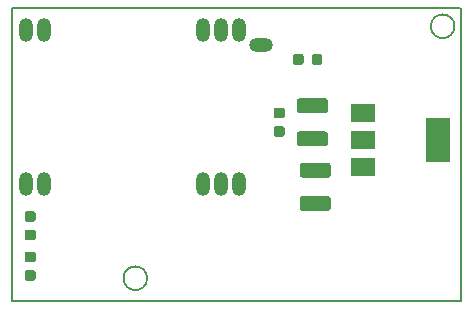
<source format=gbr>
G04 #@! TF.GenerationSoftware,KiCad,Pcbnew,(5.0.0)*
G04 #@! TF.CreationDate,2019-01-26T11:16:20+03:00*
G04 #@! TF.ProjectId,stm32mc,73746D33326D632E6B696361645F7063,rev?*
G04 #@! TF.SameCoordinates,Original*
G04 #@! TF.FileFunction,Paste,Top*
G04 #@! TF.FilePolarity,Positive*
%FSLAX46Y46*%
G04 Gerber Fmt 4.6, Leading zero omitted, Abs format (unit mm)*
G04 Created by KiCad (PCBNEW (5.0.0)) date 01/26/19 11:16:20*
%MOMM*%
%LPD*%
G01*
G04 APERTURE LIST*
%ADD10C,0.150000*%
%ADD11O,1.200000X2.000000*%
%ADD12O,2.000000X1.200000*%
%ADD13C,0.100000*%
%ADD14C,1.250000*%
%ADD15C,0.875000*%
%ADD16R,2.000000X3.800000*%
%ADD17R,2.000000X1.500000*%
G04 APERTURE END LIST*
D10*
X58531000Y-19050000D02*
G75*
G03X58531000Y-19050000I-1000000J0D01*
G01*
X32512000Y-40386000D02*
G75*
G03X32512000Y-40386000I-1000000J0D01*
G01*
X59055000Y-42291000D02*
X59055000Y-17526000D01*
X59024000Y-17507000D02*
X21082000Y-17526000D01*
X21082000Y-42291000D02*
X59055000Y-42291000D01*
X21082000Y-17526000D02*
X21082000Y-42291000D01*
D11*
G04 #@! TO.C,D1*
X22278000Y-32408000D03*
X23778000Y-32408000D03*
X37278000Y-32408000D03*
X38778000Y-32408000D03*
X40278000Y-32408000D03*
D12*
X42128000Y-20658000D03*
D11*
X40278000Y-19408000D03*
X38778000Y-19408000D03*
X37278000Y-19408000D03*
X23778000Y-19408000D03*
X22278000Y-19408000D03*
G04 #@! TD*
D13*
G04 #@! TO.C,C1*
G36*
X47835504Y-30615204D02*
X47859773Y-30618804D01*
X47883571Y-30624765D01*
X47906671Y-30633030D01*
X47928849Y-30643520D01*
X47949893Y-30656133D01*
X47969598Y-30670747D01*
X47987777Y-30687223D01*
X48004253Y-30705402D01*
X48018867Y-30725107D01*
X48031480Y-30746151D01*
X48041970Y-30768329D01*
X48050235Y-30791429D01*
X48056196Y-30815227D01*
X48059796Y-30839496D01*
X48061000Y-30864000D01*
X48061000Y-31614000D01*
X48059796Y-31638504D01*
X48056196Y-31662773D01*
X48050235Y-31686571D01*
X48041970Y-31709671D01*
X48031480Y-31731849D01*
X48018867Y-31752893D01*
X48004253Y-31772598D01*
X47987777Y-31790777D01*
X47969598Y-31807253D01*
X47949893Y-31821867D01*
X47928849Y-31834480D01*
X47906671Y-31844970D01*
X47883571Y-31853235D01*
X47859773Y-31859196D01*
X47835504Y-31862796D01*
X47811000Y-31864000D01*
X45661000Y-31864000D01*
X45636496Y-31862796D01*
X45612227Y-31859196D01*
X45588429Y-31853235D01*
X45565329Y-31844970D01*
X45543151Y-31834480D01*
X45522107Y-31821867D01*
X45502402Y-31807253D01*
X45484223Y-31790777D01*
X45467747Y-31772598D01*
X45453133Y-31752893D01*
X45440520Y-31731849D01*
X45430030Y-31709671D01*
X45421765Y-31686571D01*
X45415804Y-31662773D01*
X45412204Y-31638504D01*
X45411000Y-31614000D01*
X45411000Y-30864000D01*
X45412204Y-30839496D01*
X45415804Y-30815227D01*
X45421765Y-30791429D01*
X45430030Y-30768329D01*
X45440520Y-30746151D01*
X45453133Y-30725107D01*
X45467747Y-30705402D01*
X45484223Y-30687223D01*
X45502402Y-30670747D01*
X45522107Y-30656133D01*
X45543151Y-30643520D01*
X45565329Y-30633030D01*
X45588429Y-30624765D01*
X45612227Y-30618804D01*
X45636496Y-30615204D01*
X45661000Y-30614000D01*
X47811000Y-30614000D01*
X47835504Y-30615204D01*
X47835504Y-30615204D01*
G37*
D14*
X46736000Y-31239000D03*
D13*
G36*
X47835504Y-33415204D02*
X47859773Y-33418804D01*
X47883571Y-33424765D01*
X47906671Y-33433030D01*
X47928849Y-33443520D01*
X47949893Y-33456133D01*
X47969598Y-33470747D01*
X47987777Y-33487223D01*
X48004253Y-33505402D01*
X48018867Y-33525107D01*
X48031480Y-33546151D01*
X48041970Y-33568329D01*
X48050235Y-33591429D01*
X48056196Y-33615227D01*
X48059796Y-33639496D01*
X48061000Y-33664000D01*
X48061000Y-34414000D01*
X48059796Y-34438504D01*
X48056196Y-34462773D01*
X48050235Y-34486571D01*
X48041970Y-34509671D01*
X48031480Y-34531849D01*
X48018867Y-34552893D01*
X48004253Y-34572598D01*
X47987777Y-34590777D01*
X47969598Y-34607253D01*
X47949893Y-34621867D01*
X47928849Y-34634480D01*
X47906671Y-34644970D01*
X47883571Y-34653235D01*
X47859773Y-34659196D01*
X47835504Y-34662796D01*
X47811000Y-34664000D01*
X45661000Y-34664000D01*
X45636496Y-34662796D01*
X45612227Y-34659196D01*
X45588429Y-34653235D01*
X45565329Y-34644970D01*
X45543151Y-34634480D01*
X45522107Y-34621867D01*
X45502402Y-34607253D01*
X45484223Y-34590777D01*
X45467747Y-34572598D01*
X45453133Y-34552893D01*
X45440520Y-34531849D01*
X45430030Y-34509671D01*
X45421765Y-34486571D01*
X45415804Y-34462773D01*
X45412204Y-34438504D01*
X45411000Y-34414000D01*
X45411000Y-33664000D01*
X45412204Y-33639496D01*
X45415804Y-33615227D01*
X45421765Y-33591429D01*
X45430030Y-33568329D01*
X45440520Y-33546151D01*
X45453133Y-33525107D01*
X45467747Y-33505402D01*
X45484223Y-33487223D01*
X45502402Y-33470747D01*
X45522107Y-33456133D01*
X45543151Y-33443520D01*
X45565329Y-33433030D01*
X45588429Y-33424765D01*
X45612227Y-33418804D01*
X45636496Y-33415204D01*
X45661000Y-33414000D01*
X47811000Y-33414000D01*
X47835504Y-33415204D01*
X47835504Y-33415204D01*
G37*
D14*
X46736000Y-34039000D03*
G04 #@! TD*
D13*
G04 #@! TO.C,C5*
G36*
X43965691Y-27529053D02*
X43986926Y-27532203D01*
X44007750Y-27537419D01*
X44027962Y-27544651D01*
X44047368Y-27553830D01*
X44065781Y-27564866D01*
X44083024Y-27577654D01*
X44098930Y-27592070D01*
X44113346Y-27607976D01*
X44126134Y-27625219D01*
X44137170Y-27643632D01*
X44146349Y-27663038D01*
X44153581Y-27683250D01*
X44158797Y-27704074D01*
X44161947Y-27725309D01*
X44163000Y-27746750D01*
X44163000Y-28184250D01*
X44161947Y-28205691D01*
X44158797Y-28226926D01*
X44153581Y-28247750D01*
X44146349Y-28267962D01*
X44137170Y-28287368D01*
X44126134Y-28305781D01*
X44113346Y-28323024D01*
X44098930Y-28338930D01*
X44083024Y-28353346D01*
X44065781Y-28366134D01*
X44047368Y-28377170D01*
X44027962Y-28386349D01*
X44007750Y-28393581D01*
X43986926Y-28398797D01*
X43965691Y-28401947D01*
X43944250Y-28403000D01*
X43431750Y-28403000D01*
X43410309Y-28401947D01*
X43389074Y-28398797D01*
X43368250Y-28393581D01*
X43348038Y-28386349D01*
X43328632Y-28377170D01*
X43310219Y-28366134D01*
X43292976Y-28353346D01*
X43277070Y-28338930D01*
X43262654Y-28323024D01*
X43249866Y-28305781D01*
X43238830Y-28287368D01*
X43229651Y-28267962D01*
X43222419Y-28247750D01*
X43217203Y-28226926D01*
X43214053Y-28205691D01*
X43213000Y-28184250D01*
X43213000Y-27746750D01*
X43214053Y-27725309D01*
X43217203Y-27704074D01*
X43222419Y-27683250D01*
X43229651Y-27663038D01*
X43238830Y-27643632D01*
X43249866Y-27625219D01*
X43262654Y-27607976D01*
X43277070Y-27592070D01*
X43292976Y-27577654D01*
X43310219Y-27564866D01*
X43328632Y-27553830D01*
X43348038Y-27544651D01*
X43368250Y-27537419D01*
X43389074Y-27532203D01*
X43410309Y-27529053D01*
X43431750Y-27528000D01*
X43944250Y-27528000D01*
X43965691Y-27529053D01*
X43965691Y-27529053D01*
G37*
D15*
X43688000Y-27965500D03*
D13*
G36*
X43965691Y-25954053D02*
X43986926Y-25957203D01*
X44007750Y-25962419D01*
X44027962Y-25969651D01*
X44047368Y-25978830D01*
X44065781Y-25989866D01*
X44083024Y-26002654D01*
X44098930Y-26017070D01*
X44113346Y-26032976D01*
X44126134Y-26050219D01*
X44137170Y-26068632D01*
X44146349Y-26088038D01*
X44153581Y-26108250D01*
X44158797Y-26129074D01*
X44161947Y-26150309D01*
X44163000Y-26171750D01*
X44163000Y-26609250D01*
X44161947Y-26630691D01*
X44158797Y-26651926D01*
X44153581Y-26672750D01*
X44146349Y-26692962D01*
X44137170Y-26712368D01*
X44126134Y-26730781D01*
X44113346Y-26748024D01*
X44098930Y-26763930D01*
X44083024Y-26778346D01*
X44065781Y-26791134D01*
X44047368Y-26802170D01*
X44027962Y-26811349D01*
X44007750Y-26818581D01*
X43986926Y-26823797D01*
X43965691Y-26826947D01*
X43944250Y-26828000D01*
X43431750Y-26828000D01*
X43410309Y-26826947D01*
X43389074Y-26823797D01*
X43368250Y-26818581D01*
X43348038Y-26811349D01*
X43328632Y-26802170D01*
X43310219Y-26791134D01*
X43292976Y-26778346D01*
X43277070Y-26763930D01*
X43262654Y-26748024D01*
X43249866Y-26730781D01*
X43238830Y-26712368D01*
X43229651Y-26692962D01*
X43222419Y-26672750D01*
X43217203Y-26651926D01*
X43214053Y-26630691D01*
X43213000Y-26609250D01*
X43213000Y-26171750D01*
X43214053Y-26150309D01*
X43217203Y-26129074D01*
X43222419Y-26108250D01*
X43229651Y-26088038D01*
X43238830Y-26068632D01*
X43249866Y-26050219D01*
X43262654Y-26032976D01*
X43277070Y-26017070D01*
X43292976Y-26002654D01*
X43310219Y-25989866D01*
X43328632Y-25978830D01*
X43348038Y-25969651D01*
X43368250Y-25962419D01*
X43389074Y-25957203D01*
X43410309Y-25954053D01*
X43431750Y-25953000D01*
X43944250Y-25953000D01*
X43965691Y-25954053D01*
X43965691Y-25954053D01*
G37*
D15*
X43688000Y-26390500D03*
G04 #@! TD*
D13*
G04 #@! TO.C,C6*
G36*
X47581504Y-27954204D02*
X47605773Y-27957804D01*
X47629571Y-27963765D01*
X47652671Y-27972030D01*
X47674849Y-27982520D01*
X47695893Y-27995133D01*
X47715598Y-28009747D01*
X47733777Y-28026223D01*
X47750253Y-28044402D01*
X47764867Y-28064107D01*
X47777480Y-28085151D01*
X47787970Y-28107329D01*
X47796235Y-28130429D01*
X47802196Y-28154227D01*
X47805796Y-28178496D01*
X47807000Y-28203000D01*
X47807000Y-28953000D01*
X47805796Y-28977504D01*
X47802196Y-29001773D01*
X47796235Y-29025571D01*
X47787970Y-29048671D01*
X47777480Y-29070849D01*
X47764867Y-29091893D01*
X47750253Y-29111598D01*
X47733777Y-29129777D01*
X47715598Y-29146253D01*
X47695893Y-29160867D01*
X47674849Y-29173480D01*
X47652671Y-29183970D01*
X47629571Y-29192235D01*
X47605773Y-29198196D01*
X47581504Y-29201796D01*
X47557000Y-29203000D01*
X45407000Y-29203000D01*
X45382496Y-29201796D01*
X45358227Y-29198196D01*
X45334429Y-29192235D01*
X45311329Y-29183970D01*
X45289151Y-29173480D01*
X45268107Y-29160867D01*
X45248402Y-29146253D01*
X45230223Y-29129777D01*
X45213747Y-29111598D01*
X45199133Y-29091893D01*
X45186520Y-29070849D01*
X45176030Y-29048671D01*
X45167765Y-29025571D01*
X45161804Y-29001773D01*
X45158204Y-28977504D01*
X45157000Y-28953000D01*
X45157000Y-28203000D01*
X45158204Y-28178496D01*
X45161804Y-28154227D01*
X45167765Y-28130429D01*
X45176030Y-28107329D01*
X45186520Y-28085151D01*
X45199133Y-28064107D01*
X45213747Y-28044402D01*
X45230223Y-28026223D01*
X45248402Y-28009747D01*
X45268107Y-27995133D01*
X45289151Y-27982520D01*
X45311329Y-27972030D01*
X45334429Y-27963765D01*
X45358227Y-27957804D01*
X45382496Y-27954204D01*
X45407000Y-27953000D01*
X47557000Y-27953000D01*
X47581504Y-27954204D01*
X47581504Y-27954204D01*
G37*
D14*
X46482000Y-28578000D03*
D13*
G36*
X47581504Y-25154204D02*
X47605773Y-25157804D01*
X47629571Y-25163765D01*
X47652671Y-25172030D01*
X47674849Y-25182520D01*
X47695893Y-25195133D01*
X47715598Y-25209747D01*
X47733777Y-25226223D01*
X47750253Y-25244402D01*
X47764867Y-25264107D01*
X47777480Y-25285151D01*
X47787970Y-25307329D01*
X47796235Y-25330429D01*
X47802196Y-25354227D01*
X47805796Y-25378496D01*
X47807000Y-25403000D01*
X47807000Y-26153000D01*
X47805796Y-26177504D01*
X47802196Y-26201773D01*
X47796235Y-26225571D01*
X47787970Y-26248671D01*
X47777480Y-26270849D01*
X47764867Y-26291893D01*
X47750253Y-26311598D01*
X47733777Y-26329777D01*
X47715598Y-26346253D01*
X47695893Y-26360867D01*
X47674849Y-26373480D01*
X47652671Y-26383970D01*
X47629571Y-26392235D01*
X47605773Y-26398196D01*
X47581504Y-26401796D01*
X47557000Y-26403000D01*
X45407000Y-26403000D01*
X45382496Y-26401796D01*
X45358227Y-26398196D01*
X45334429Y-26392235D01*
X45311329Y-26383970D01*
X45289151Y-26373480D01*
X45268107Y-26360867D01*
X45248402Y-26346253D01*
X45230223Y-26329777D01*
X45213747Y-26311598D01*
X45199133Y-26291893D01*
X45186520Y-26270849D01*
X45176030Y-26248671D01*
X45167765Y-26225571D01*
X45161804Y-26201773D01*
X45158204Y-26177504D01*
X45157000Y-26153000D01*
X45157000Y-25403000D01*
X45158204Y-25378496D01*
X45161804Y-25354227D01*
X45167765Y-25330429D01*
X45176030Y-25307329D01*
X45186520Y-25285151D01*
X45199133Y-25264107D01*
X45213747Y-25244402D01*
X45230223Y-25226223D01*
X45248402Y-25209747D01*
X45268107Y-25195133D01*
X45289151Y-25182520D01*
X45311329Y-25172030D01*
X45334429Y-25163765D01*
X45358227Y-25157804D01*
X45382496Y-25154204D01*
X45407000Y-25153000D01*
X47557000Y-25153000D01*
X47581504Y-25154204D01*
X47581504Y-25154204D01*
G37*
D14*
X46482000Y-25778000D03*
G04 #@! TD*
D16*
G04 #@! TO.C,U1*
X57125000Y-28702000D03*
D17*
X50825000Y-28702000D03*
X50825000Y-31002000D03*
X50825000Y-26402000D03*
G04 #@! TD*
D13*
G04 #@! TO.C,R16*
G36*
X22883691Y-34717053D02*
X22904926Y-34720203D01*
X22925750Y-34725419D01*
X22945962Y-34732651D01*
X22965368Y-34741830D01*
X22983781Y-34752866D01*
X23001024Y-34765654D01*
X23016930Y-34780070D01*
X23031346Y-34795976D01*
X23044134Y-34813219D01*
X23055170Y-34831632D01*
X23064349Y-34851038D01*
X23071581Y-34871250D01*
X23076797Y-34892074D01*
X23079947Y-34913309D01*
X23081000Y-34934750D01*
X23081000Y-35372250D01*
X23079947Y-35393691D01*
X23076797Y-35414926D01*
X23071581Y-35435750D01*
X23064349Y-35455962D01*
X23055170Y-35475368D01*
X23044134Y-35493781D01*
X23031346Y-35511024D01*
X23016930Y-35526930D01*
X23001024Y-35541346D01*
X22983781Y-35554134D01*
X22965368Y-35565170D01*
X22945962Y-35574349D01*
X22925750Y-35581581D01*
X22904926Y-35586797D01*
X22883691Y-35589947D01*
X22862250Y-35591000D01*
X22349750Y-35591000D01*
X22328309Y-35589947D01*
X22307074Y-35586797D01*
X22286250Y-35581581D01*
X22266038Y-35574349D01*
X22246632Y-35565170D01*
X22228219Y-35554134D01*
X22210976Y-35541346D01*
X22195070Y-35526930D01*
X22180654Y-35511024D01*
X22167866Y-35493781D01*
X22156830Y-35475368D01*
X22147651Y-35455962D01*
X22140419Y-35435750D01*
X22135203Y-35414926D01*
X22132053Y-35393691D01*
X22131000Y-35372250D01*
X22131000Y-34934750D01*
X22132053Y-34913309D01*
X22135203Y-34892074D01*
X22140419Y-34871250D01*
X22147651Y-34851038D01*
X22156830Y-34831632D01*
X22167866Y-34813219D01*
X22180654Y-34795976D01*
X22195070Y-34780070D01*
X22210976Y-34765654D01*
X22228219Y-34752866D01*
X22246632Y-34741830D01*
X22266038Y-34732651D01*
X22286250Y-34725419D01*
X22307074Y-34720203D01*
X22328309Y-34717053D01*
X22349750Y-34716000D01*
X22862250Y-34716000D01*
X22883691Y-34717053D01*
X22883691Y-34717053D01*
G37*
D15*
X22606000Y-35153500D03*
D13*
G36*
X22883691Y-36292053D02*
X22904926Y-36295203D01*
X22925750Y-36300419D01*
X22945962Y-36307651D01*
X22965368Y-36316830D01*
X22983781Y-36327866D01*
X23001024Y-36340654D01*
X23016930Y-36355070D01*
X23031346Y-36370976D01*
X23044134Y-36388219D01*
X23055170Y-36406632D01*
X23064349Y-36426038D01*
X23071581Y-36446250D01*
X23076797Y-36467074D01*
X23079947Y-36488309D01*
X23081000Y-36509750D01*
X23081000Y-36947250D01*
X23079947Y-36968691D01*
X23076797Y-36989926D01*
X23071581Y-37010750D01*
X23064349Y-37030962D01*
X23055170Y-37050368D01*
X23044134Y-37068781D01*
X23031346Y-37086024D01*
X23016930Y-37101930D01*
X23001024Y-37116346D01*
X22983781Y-37129134D01*
X22965368Y-37140170D01*
X22945962Y-37149349D01*
X22925750Y-37156581D01*
X22904926Y-37161797D01*
X22883691Y-37164947D01*
X22862250Y-37166000D01*
X22349750Y-37166000D01*
X22328309Y-37164947D01*
X22307074Y-37161797D01*
X22286250Y-37156581D01*
X22266038Y-37149349D01*
X22246632Y-37140170D01*
X22228219Y-37129134D01*
X22210976Y-37116346D01*
X22195070Y-37101930D01*
X22180654Y-37086024D01*
X22167866Y-37068781D01*
X22156830Y-37050368D01*
X22147651Y-37030962D01*
X22140419Y-37010750D01*
X22135203Y-36989926D01*
X22132053Y-36968691D01*
X22131000Y-36947250D01*
X22131000Y-36509750D01*
X22132053Y-36488309D01*
X22135203Y-36467074D01*
X22140419Y-36446250D01*
X22147651Y-36426038D01*
X22156830Y-36406632D01*
X22167866Y-36388219D01*
X22180654Y-36370976D01*
X22195070Y-36355070D01*
X22210976Y-36340654D01*
X22228219Y-36327866D01*
X22246632Y-36316830D01*
X22266038Y-36307651D01*
X22286250Y-36300419D01*
X22307074Y-36295203D01*
X22328309Y-36292053D01*
X22349750Y-36291000D01*
X22862250Y-36291000D01*
X22883691Y-36292053D01*
X22883691Y-36292053D01*
G37*
D15*
X22606000Y-36728500D03*
G04 #@! TD*
D13*
G04 #@! TO.C,VD1*
G36*
X22883691Y-39721053D02*
X22904926Y-39724203D01*
X22925750Y-39729419D01*
X22945962Y-39736651D01*
X22965368Y-39745830D01*
X22983781Y-39756866D01*
X23001024Y-39769654D01*
X23016930Y-39784070D01*
X23031346Y-39799976D01*
X23044134Y-39817219D01*
X23055170Y-39835632D01*
X23064349Y-39855038D01*
X23071581Y-39875250D01*
X23076797Y-39896074D01*
X23079947Y-39917309D01*
X23081000Y-39938750D01*
X23081000Y-40376250D01*
X23079947Y-40397691D01*
X23076797Y-40418926D01*
X23071581Y-40439750D01*
X23064349Y-40459962D01*
X23055170Y-40479368D01*
X23044134Y-40497781D01*
X23031346Y-40515024D01*
X23016930Y-40530930D01*
X23001024Y-40545346D01*
X22983781Y-40558134D01*
X22965368Y-40569170D01*
X22945962Y-40578349D01*
X22925750Y-40585581D01*
X22904926Y-40590797D01*
X22883691Y-40593947D01*
X22862250Y-40595000D01*
X22349750Y-40595000D01*
X22328309Y-40593947D01*
X22307074Y-40590797D01*
X22286250Y-40585581D01*
X22266038Y-40578349D01*
X22246632Y-40569170D01*
X22228219Y-40558134D01*
X22210976Y-40545346D01*
X22195070Y-40530930D01*
X22180654Y-40515024D01*
X22167866Y-40497781D01*
X22156830Y-40479368D01*
X22147651Y-40459962D01*
X22140419Y-40439750D01*
X22135203Y-40418926D01*
X22132053Y-40397691D01*
X22131000Y-40376250D01*
X22131000Y-39938750D01*
X22132053Y-39917309D01*
X22135203Y-39896074D01*
X22140419Y-39875250D01*
X22147651Y-39855038D01*
X22156830Y-39835632D01*
X22167866Y-39817219D01*
X22180654Y-39799976D01*
X22195070Y-39784070D01*
X22210976Y-39769654D01*
X22228219Y-39756866D01*
X22246632Y-39745830D01*
X22266038Y-39736651D01*
X22286250Y-39729419D01*
X22307074Y-39724203D01*
X22328309Y-39721053D01*
X22349750Y-39720000D01*
X22862250Y-39720000D01*
X22883691Y-39721053D01*
X22883691Y-39721053D01*
G37*
D15*
X22606000Y-40157500D03*
D13*
G36*
X22883691Y-38146053D02*
X22904926Y-38149203D01*
X22925750Y-38154419D01*
X22945962Y-38161651D01*
X22965368Y-38170830D01*
X22983781Y-38181866D01*
X23001024Y-38194654D01*
X23016930Y-38209070D01*
X23031346Y-38224976D01*
X23044134Y-38242219D01*
X23055170Y-38260632D01*
X23064349Y-38280038D01*
X23071581Y-38300250D01*
X23076797Y-38321074D01*
X23079947Y-38342309D01*
X23081000Y-38363750D01*
X23081000Y-38801250D01*
X23079947Y-38822691D01*
X23076797Y-38843926D01*
X23071581Y-38864750D01*
X23064349Y-38884962D01*
X23055170Y-38904368D01*
X23044134Y-38922781D01*
X23031346Y-38940024D01*
X23016930Y-38955930D01*
X23001024Y-38970346D01*
X22983781Y-38983134D01*
X22965368Y-38994170D01*
X22945962Y-39003349D01*
X22925750Y-39010581D01*
X22904926Y-39015797D01*
X22883691Y-39018947D01*
X22862250Y-39020000D01*
X22349750Y-39020000D01*
X22328309Y-39018947D01*
X22307074Y-39015797D01*
X22286250Y-39010581D01*
X22266038Y-39003349D01*
X22246632Y-38994170D01*
X22228219Y-38983134D01*
X22210976Y-38970346D01*
X22195070Y-38955930D01*
X22180654Y-38940024D01*
X22167866Y-38922781D01*
X22156830Y-38904368D01*
X22147651Y-38884962D01*
X22140419Y-38864750D01*
X22135203Y-38843926D01*
X22132053Y-38822691D01*
X22131000Y-38801250D01*
X22131000Y-38363750D01*
X22132053Y-38342309D01*
X22135203Y-38321074D01*
X22140419Y-38300250D01*
X22147651Y-38280038D01*
X22156830Y-38260632D01*
X22167866Y-38242219D01*
X22180654Y-38224976D01*
X22195070Y-38209070D01*
X22210976Y-38194654D01*
X22228219Y-38181866D01*
X22246632Y-38170830D01*
X22266038Y-38161651D01*
X22286250Y-38154419D01*
X22307074Y-38149203D01*
X22328309Y-38146053D01*
X22349750Y-38145000D01*
X22862250Y-38145000D01*
X22883691Y-38146053D01*
X22883691Y-38146053D01*
G37*
D15*
X22606000Y-38582500D03*
G04 #@! TD*
D13*
G04 #@! TO.C,C11*
G36*
X47128691Y-21370053D02*
X47149926Y-21373203D01*
X47170750Y-21378419D01*
X47190962Y-21385651D01*
X47210368Y-21394830D01*
X47228781Y-21405866D01*
X47246024Y-21418654D01*
X47261930Y-21433070D01*
X47276346Y-21448976D01*
X47289134Y-21466219D01*
X47300170Y-21484632D01*
X47309349Y-21504038D01*
X47316581Y-21524250D01*
X47321797Y-21545074D01*
X47324947Y-21566309D01*
X47326000Y-21587750D01*
X47326000Y-22100250D01*
X47324947Y-22121691D01*
X47321797Y-22142926D01*
X47316581Y-22163750D01*
X47309349Y-22183962D01*
X47300170Y-22203368D01*
X47289134Y-22221781D01*
X47276346Y-22239024D01*
X47261930Y-22254930D01*
X47246024Y-22269346D01*
X47228781Y-22282134D01*
X47210368Y-22293170D01*
X47190962Y-22302349D01*
X47170750Y-22309581D01*
X47149926Y-22314797D01*
X47128691Y-22317947D01*
X47107250Y-22319000D01*
X46669750Y-22319000D01*
X46648309Y-22317947D01*
X46627074Y-22314797D01*
X46606250Y-22309581D01*
X46586038Y-22302349D01*
X46566632Y-22293170D01*
X46548219Y-22282134D01*
X46530976Y-22269346D01*
X46515070Y-22254930D01*
X46500654Y-22239024D01*
X46487866Y-22221781D01*
X46476830Y-22203368D01*
X46467651Y-22183962D01*
X46460419Y-22163750D01*
X46455203Y-22142926D01*
X46452053Y-22121691D01*
X46451000Y-22100250D01*
X46451000Y-21587750D01*
X46452053Y-21566309D01*
X46455203Y-21545074D01*
X46460419Y-21524250D01*
X46467651Y-21504038D01*
X46476830Y-21484632D01*
X46487866Y-21466219D01*
X46500654Y-21448976D01*
X46515070Y-21433070D01*
X46530976Y-21418654D01*
X46548219Y-21405866D01*
X46566632Y-21394830D01*
X46586038Y-21385651D01*
X46606250Y-21378419D01*
X46627074Y-21373203D01*
X46648309Y-21370053D01*
X46669750Y-21369000D01*
X47107250Y-21369000D01*
X47128691Y-21370053D01*
X47128691Y-21370053D01*
G37*
D15*
X46888500Y-21844000D03*
D13*
G36*
X45553691Y-21370053D02*
X45574926Y-21373203D01*
X45595750Y-21378419D01*
X45615962Y-21385651D01*
X45635368Y-21394830D01*
X45653781Y-21405866D01*
X45671024Y-21418654D01*
X45686930Y-21433070D01*
X45701346Y-21448976D01*
X45714134Y-21466219D01*
X45725170Y-21484632D01*
X45734349Y-21504038D01*
X45741581Y-21524250D01*
X45746797Y-21545074D01*
X45749947Y-21566309D01*
X45751000Y-21587750D01*
X45751000Y-22100250D01*
X45749947Y-22121691D01*
X45746797Y-22142926D01*
X45741581Y-22163750D01*
X45734349Y-22183962D01*
X45725170Y-22203368D01*
X45714134Y-22221781D01*
X45701346Y-22239024D01*
X45686930Y-22254930D01*
X45671024Y-22269346D01*
X45653781Y-22282134D01*
X45635368Y-22293170D01*
X45615962Y-22302349D01*
X45595750Y-22309581D01*
X45574926Y-22314797D01*
X45553691Y-22317947D01*
X45532250Y-22319000D01*
X45094750Y-22319000D01*
X45073309Y-22317947D01*
X45052074Y-22314797D01*
X45031250Y-22309581D01*
X45011038Y-22302349D01*
X44991632Y-22293170D01*
X44973219Y-22282134D01*
X44955976Y-22269346D01*
X44940070Y-22254930D01*
X44925654Y-22239024D01*
X44912866Y-22221781D01*
X44901830Y-22203368D01*
X44892651Y-22183962D01*
X44885419Y-22163750D01*
X44880203Y-22142926D01*
X44877053Y-22121691D01*
X44876000Y-22100250D01*
X44876000Y-21587750D01*
X44877053Y-21566309D01*
X44880203Y-21545074D01*
X44885419Y-21524250D01*
X44892651Y-21504038D01*
X44901830Y-21484632D01*
X44912866Y-21466219D01*
X44925654Y-21448976D01*
X44940070Y-21433070D01*
X44955976Y-21418654D01*
X44973219Y-21405866D01*
X44991632Y-21394830D01*
X45011038Y-21385651D01*
X45031250Y-21378419D01*
X45052074Y-21373203D01*
X45073309Y-21370053D01*
X45094750Y-21369000D01*
X45532250Y-21369000D01*
X45553691Y-21370053D01*
X45553691Y-21370053D01*
G37*
D15*
X45313500Y-21844000D03*
G04 #@! TD*
M02*

</source>
